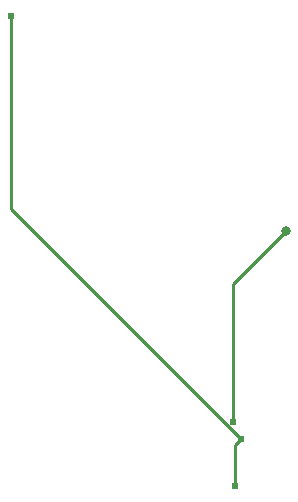
<source format=gbl>
G04 Layer: BottomLayer*
G04 EasyEDA v6.5.50, 2025-07-25 17:24:40*
G04 2714d4e9a4fb403cba7aeb0159f2cb37,42856f5ad3ae403ab08d0c24e8ee34dd,10*
G04 Gerber Generator version 0.2*
G04 Scale: 100 percent, Rotated: No, Reflected: No *
G04 Dimensions in inches *
G04 leading zeros omitted , absolute positions ,3 integer and 6 decimal *
%FSLAX36Y36*%
%MOIN*%

%ADD10C,0.0100*%
%ADD11C,0.0318*%
%ADD12C,0.0240*%
%ADD13C,0.0112*%

%LPD*%
D10*
X2870001Y1274998D02*
G01*
X2695001Y1099998D01*
X2695001Y639699D01*
X2718621Y582388D02*
G01*
X1952560Y1348449D01*
X1952560Y1994158D01*
X2698651Y424769D02*
G01*
X2698651Y562418D01*
X2718621Y582388D01*
D11*
G01*
X2870000Y1275000D03*
D12*
G01*
X2695000Y639699D03*
G01*
X2718620Y582390D03*
G01*
X2698649Y424769D03*
G01*
X1952560Y1994160D03*
M02*

</source>
